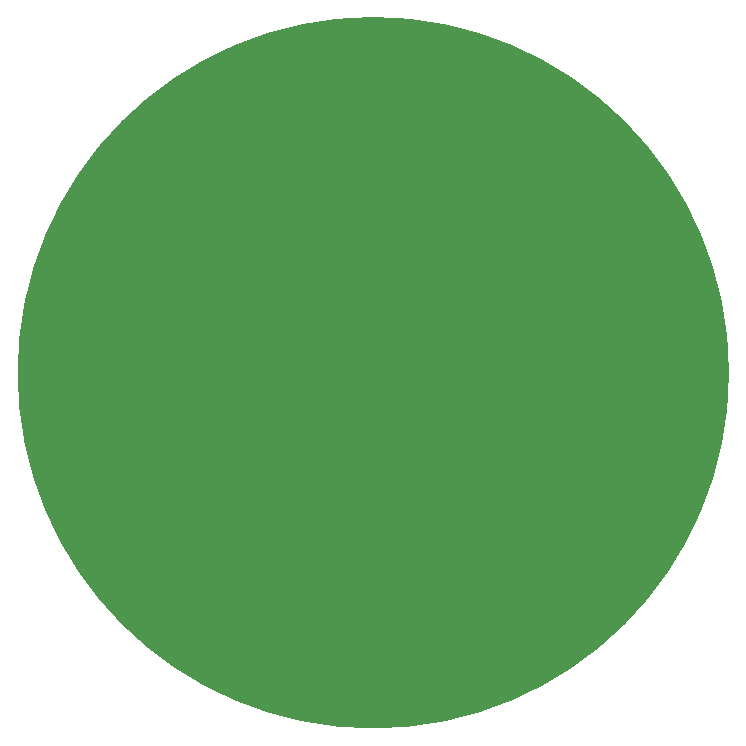
<source format=gbr>
%TF.GenerationSoftware,KiCad,Pcbnew,(7.0.0)*%
%TF.CreationDate,2023-02-13T14:41:25-06:00*%
%TF.ProjectId,Gem 4.0,47656d20-342e-4302-9e6b-696361645f70,rev?*%
%TF.SameCoordinates,Original*%
%TF.FileFunction,Copper,L1,Top*%
%TF.FilePolarity,Positive*%
%FSLAX46Y46*%
G04 Gerber Fmt 4.6, Leading zero omitted, Abs format (unit mm)*
G04 Created by KiCad (PCBNEW (7.0.0)) date 2023-02-13 14:41:25*
%MOMM*%
%LPD*%
G01*
G04 APERTURE LIST*
%TA.AperFunction,NonConductor*%
%ADD10C,30.100000*%
%TD*%
G04 APERTURE END LIST*
D10*
X142050000Y-101600000D02*
G75*
G03*
X142050000Y-101600000I-15050000J0D01*
G01*
M02*

</source>
